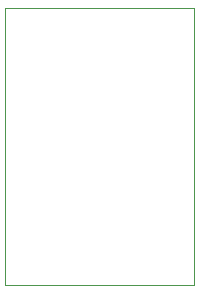
<source format=gbr>
%TF.GenerationSoftware,KiCad,Pcbnew,7.0.7*%
%TF.CreationDate,2023-09-27T10:33:14+01:00*%
%TF.ProjectId,tp4650+10a45,74703436-3530-42b3-9130-6134352e6b69,rev?*%
%TF.SameCoordinates,Original*%
%TF.FileFunction,Profile,NP*%
%FSLAX46Y46*%
G04 Gerber Fmt 4.6, Leading zero omitted, Abs format (unit mm)*
G04 Created by KiCad (PCBNEW 7.0.7) date 2023-09-27 10:33:14*
%MOMM*%
%LPD*%
G01*
G04 APERTURE LIST*
%TA.AperFunction,Profile*%
%ADD10C,0.100000*%
%TD*%
G04 APERTURE END LIST*
D10*
X129997200Y-74625200D02*
X145999200Y-74625200D01*
X145999200Y-98145600D01*
X129997200Y-98145600D01*
X129997200Y-74625200D01*
M02*

</source>
